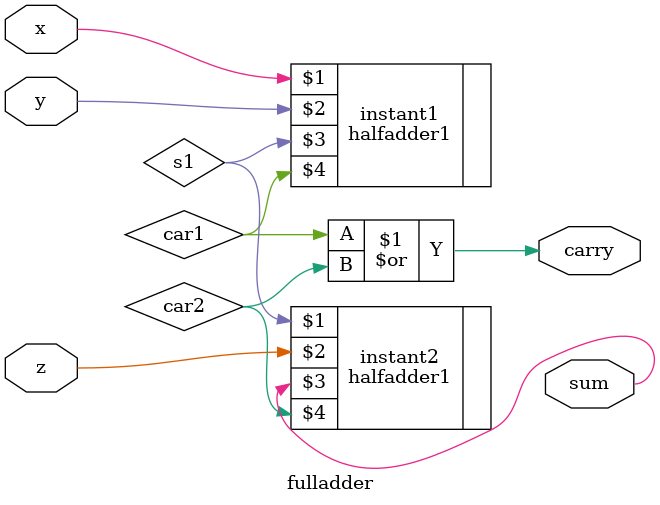
<source format=v>
module fulladder(input x, y, z, output sum, carry);
wire s1;
wire car1;
wire car2;
halfadder1 instant1(x,y,s1,car1);
halfadder1 instant2(s1,z,sum,car2);
assign carry=car1|car2;
endmodule

</source>
